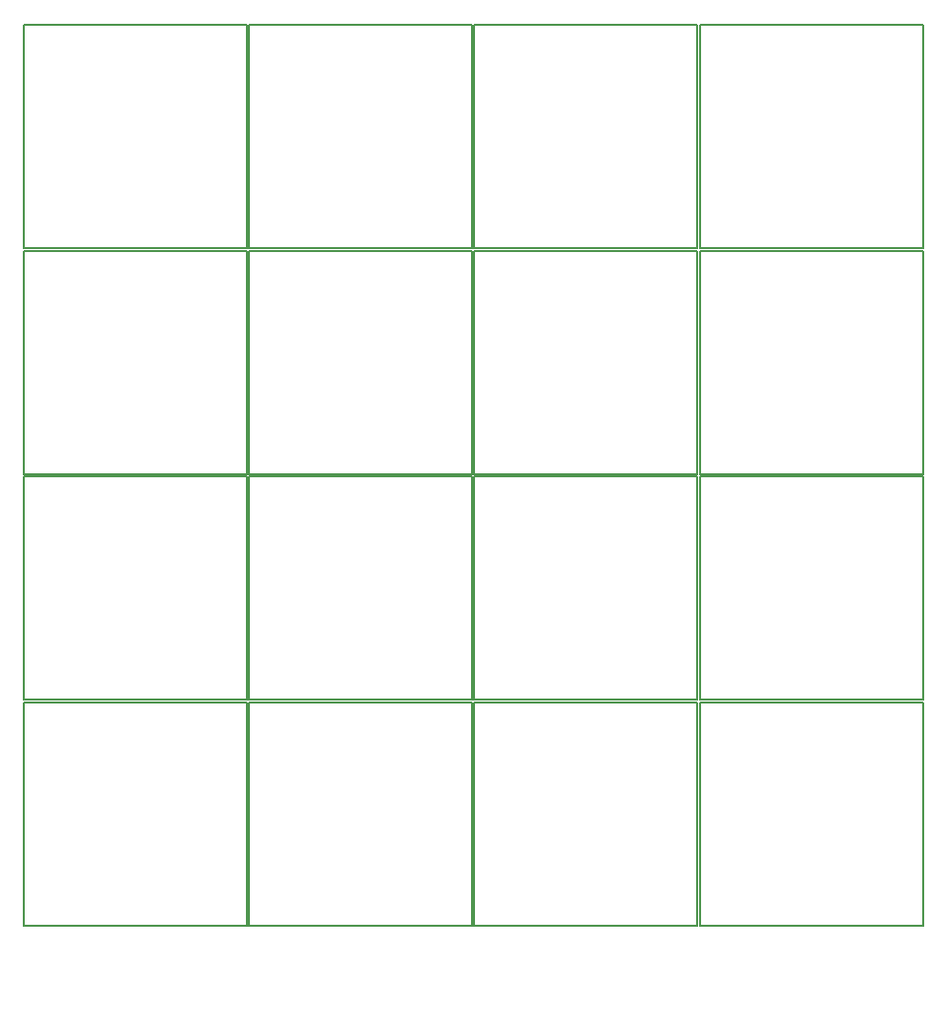
<source format=gbr>
%TF.GenerationSoftware,KiCad,Pcbnew,9.0.0*%
%TF.CreationDate,2025-06-12T19:16:51-06:00*%
%TF.ProjectId,final_macropad,66696e61-6c5f-46d6-9163-726f7061642e,rev?*%
%TF.SameCoordinates,Original*%
%TF.FileFunction,OtherDrawing,Comment*%
%FSLAX46Y46*%
G04 Gerber Fmt 4.6, Leading zero omitted, Abs format (unit mm)*
G04 Created by KiCad (PCBNEW 9.0.0) date 2025-06-12 19:16:51*
%MOMM*%
%LPD*%
G01*
G04 APERTURE LIST*
%ADD10C,0.000000*%
%ADD11C,0.150000*%
G04 APERTURE END LIST*
D10*
%TO.C,G\u002A\u002A\u002A*%
G36*
X46060878Y-143069532D02*
G01*
X46098568Y-143081498D01*
X46101536Y-143087104D01*
X46066825Y-143089308D01*
X46040483Y-143089927D01*
X45988247Y-143087052D01*
X45974969Y-143075675D01*
X45978166Y-143071332D01*
X46014929Y-143061405D01*
X46060878Y-143069532D01*
G37*
D11*
%TO.C,S3*%
X74225000Y-59935000D02*
X93275000Y-59935000D01*
X74225000Y-78985000D02*
X74225000Y-59935000D01*
X93275000Y-59935000D02*
X93275000Y-78985000D01*
X93275000Y-78985000D02*
X74225000Y-78985000D01*
%TO.C,S14*%
X54975000Y-117725000D02*
X74025000Y-117725000D01*
X54975000Y-136775000D02*
X54975000Y-117725000D01*
X74025000Y-117725000D02*
X74025000Y-136775000D01*
X74025000Y-136775000D02*
X54975000Y-136775000D01*
%TO.C,S6*%
X54975000Y-79185000D02*
X74025000Y-79185000D01*
X54975000Y-98235000D02*
X54975000Y-79185000D01*
X74025000Y-79185000D02*
X74025000Y-98235000D01*
X74025000Y-98235000D02*
X54975000Y-98235000D01*
%TO.C,S7*%
X74225000Y-79185000D02*
X93275000Y-79185000D01*
X74225000Y-98235000D02*
X74225000Y-79185000D01*
X93275000Y-79185000D02*
X93275000Y-98235000D01*
X93275000Y-98235000D02*
X74225000Y-98235000D01*
%TO.C,S4*%
X93475000Y-59935000D02*
X112525000Y-59935000D01*
X93475000Y-78985000D02*
X93475000Y-59935000D01*
X112525000Y-59935000D02*
X112525000Y-78985000D01*
X112525000Y-78985000D02*
X93475000Y-78985000D01*
%TO.C,S8*%
X93475000Y-79185000D02*
X112525000Y-79185000D01*
X93475000Y-98235000D02*
X93475000Y-79185000D01*
X112525000Y-79185000D02*
X112525000Y-98235000D01*
X112525000Y-98235000D02*
X93475000Y-98235000D01*
%TO.C,S5*%
X35725000Y-79185000D02*
X54775000Y-79185000D01*
X35725000Y-98235000D02*
X35725000Y-79185000D01*
X54775000Y-79185000D02*
X54775000Y-98235000D01*
X54775000Y-98235000D02*
X35725000Y-98235000D01*
%TO.C,S1*%
X35725000Y-59935000D02*
X54775000Y-59935000D01*
X35725000Y-78985000D02*
X35725000Y-59935000D01*
X54775000Y-59935000D02*
X54775000Y-78985000D01*
X54775000Y-78985000D02*
X35725000Y-78985000D01*
%TO.C,S10*%
X54975000Y-98435000D02*
X74025000Y-98435000D01*
X54975000Y-117485000D02*
X54975000Y-98435000D01*
X74025000Y-98435000D02*
X74025000Y-117485000D01*
X74025000Y-117485000D02*
X54975000Y-117485000D01*
%TO.C,S12*%
X93475000Y-98435000D02*
X112525000Y-98435000D01*
X93475000Y-117485000D02*
X93475000Y-98435000D01*
X112525000Y-98435000D02*
X112525000Y-117485000D01*
X112525000Y-117485000D02*
X93475000Y-117485000D01*
%TO.C,S2*%
X54975000Y-59935000D02*
X74025000Y-59935000D01*
X54975000Y-78985000D02*
X54975000Y-59935000D01*
X74025000Y-59935000D02*
X74025000Y-78985000D01*
X74025000Y-78985000D02*
X54975000Y-78985000D01*
%TO.C,S9*%
X35725000Y-98435000D02*
X54775000Y-98435000D01*
X35725000Y-117485000D02*
X35725000Y-98435000D01*
X54775000Y-98435000D02*
X54775000Y-117485000D01*
X54775000Y-117485000D02*
X35725000Y-117485000D01*
%TO.C,S15*%
X74225000Y-117725000D02*
X93275000Y-117725000D01*
X74225000Y-136775000D02*
X74225000Y-117725000D01*
X93275000Y-117725000D02*
X93275000Y-136775000D01*
X93275000Y-136775000D02*
X74225000Y-136775000D01*
%TO.C,S16*%
X93475000Y-117725000D02*
X112525000Y-117725000D01*
X93475000Y-136775000D02*
X93475000Y-117725000D01*
X112525000Y-117725000D02*
X112525000Y-136775000D01*
X112525000Y-136775000D02*
X93475000Y-136775000D01*
%TO.C,S13*%
X35725000Y-117725000D02*
X54775000Y-117725000D01*
X35725000Y-136775000D02*
X35725000Y-117725000D01*
X54775000Y-117725000D02*
X54775000Y-136775000D01*
X54775000Y-136775000D02*
X35725000Y-136775000D01*
%TO.C,S11*%
X74225000Y-98435000D02*
X93275000Y-98435000D01*
X74225000Y-117485000D02*
X74225000Y-98435000D01*
X93275000Y-98435000D02*
X93275000Y-117485000D01*
X93275000Y-117485000D02*
X74225000Y-117485000D01*
%TD*%
M02*

</source>
